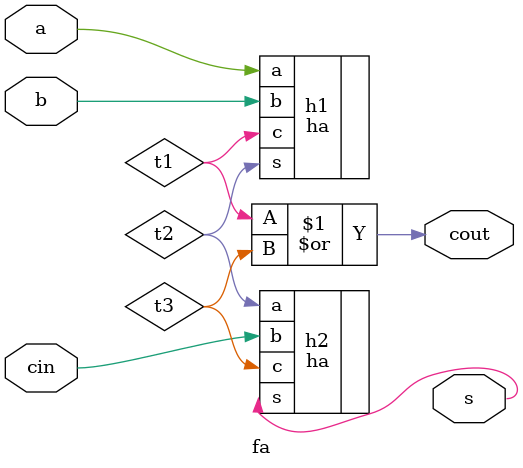
<source format=v>
`timescale 1ns / 1ps


module fa(
    input a, b, cin,
    output s, cout
    );
wire t1, t2, t3;

ha h1 (.a(a), .b(b), .s(t2), .c(t1));
ha h2 (.a(t2), .b(cin), .s(s), .c(t3));
assign  cout = t1 | t3;
endmodule

</source>
